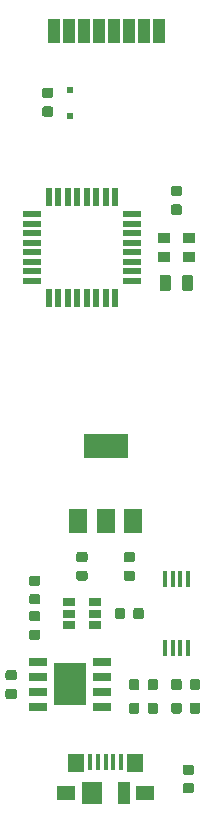
<source format=gbr>
G04 #@! TF.GenerationSoftware,KiCad,Pcbnew,5.1.5-1.fc30*
G04 #@! TF.CreationDate,2020-09-01T08:29:50+02:00*
G04 #@! TF.ProjectId,BeaconTemperature,42656163-6f6e-4546-956d-706572617475,rev?*
G04 #@! TF.SameCoordinates,Original*
G04 #@! TF.FileFunction,Paste,Top*
G04 #@! TF.FilePolarity,Positive*
%FSLAX46Y46*%
G04 Gerber Fmt 4.6, Leading zero omitted, Abs format (unit mm)*
G04 Created by KiCad (PCBNEW 5.1.5-1.fc30) date 2020-09-01 08:29:50*
%MOMM*%
%LPD*%
G04 APERTURE LIST*
%ADD10C,0.100000*%
%ADD11R,0.500000X0.500000*%
%ADD12R,1.500000X0.650000*%
%ADD13R,2.700000X3.600000*%
%ADD14R,1.000000X0.900000*%
%ADD15R,1.000000X2.000000*%
%ADD16R,0.450000X1.450000*%
%ADD17R,1.500000X2.000000*%
%ADD18R,3.800000X2.000000*%
%ADD19R,1.060000X0.650000*%
%ADD20R,1.000000X1.900000*%
%ADD21R,1.800000X1.900000*%
%ADD22R,1.650000X1.300000*%
%ADD23R,1.425000X1.550000*%
%ADD24R,0.450000X1.380000*%
%ADD25R,0.550000X1.600000*%
%ADD26R,1.600000X0.550000*%
G04 APERTURE END LIST*
D10*
G36*
X142205142Y-48301174D02*
G01*
X142228803Y-48304684D01*
X142252007Y-48310496D01*
X142274529Y-48318554D01*
X142296153Y-48328782D01*
X142316670Y-48341079D01*
X142335883Y-48355329D01*
X142353607Y-48371393D01*
X142369671Y-48389117D01*
X142383921Y-48408330D01*
X142396218Y-48428847D01*
X142406446Y-48450471D01*
X142414504Y-48472993D01*
X142420316Y-48496197D01*
X142423826Y-48519858D01*
X142425000Y-48543750D01*
X142425000Y-49456250D01*
X142423826Y-49480142D01*
X142420316Y-49503803D01*
X142414504Y-49527007D01*
X142406446Y-49549529D01*
X142396218Y-49571153D01*
X142383921Y-49591670D01*
X142369671Y-49610883D01*
X142353607Y-49628607D01*
X142335883Y-49644671D01*
X142316670Y-49658921D01*
X142296153Y-49671218D01*
X142274529Y-49681446D01*
X142252007Y-49689504D01*
X142228803Y-49695316D01*
X142205142Y-49698826D01*
X142181250Y-49700000D01*
X141693750Y-49700000D01*
X141669858Y-49698826D01*
X141646197Y-49695316D01*
X141622993Y-49689504D01*
X141600471Y-49681446D01*
X141578847Y-49671218D01*
X141558330Y-49658921D01*
X141539117Y-49644671D01*
X141521393Y-49628607D01*
X141505329Y-49610883D01*
X141491079Y-49591670D01*
X141478782Y-49571153D01*
X141468554Y-49549529D01*
X141460496Y-49527007D01*
X141454684Y-49503803D01*
X141451174Y-49480142D01*
X141450000Y-49456250D01*
X141450000Y-48543750D01*
X141451174Y-48519858D01*
X141454684Y-48496197D01*
X141460496Y-48472993D01*
X141468554Y-48450471D01*
X141478782Y-48428847D01*
X141491079Y-48408330D01*
X141505329Y-48389117D01*
X141521393Y-48371393D01*
X141539117Y-48355329D01*
X141558330Y-48341079D01*
X141578847Y-48328782D01*
X141600471Y-48318554D01*
X141622993Y-48310496D01*
X141646197Y-48304684D01*
X141669858Y-48301174D01*
X141693750Y-48300000D01*
X142181250Y-48300000D01*
X142205142Y-48301174D01*
G37*
G36*
X140330142Y-48301174D02*
G01*
X140353803Y-48304684D01*
X140377007Y-48310496D01*
X140399529Y-48318554D01*
X140421153Y-48328782D01*
X140441670Y-48341079D01*
X140460883Y-48355329D01*
X140478607Y-48371393D01*
X140494671Y-48389117D01*
X140508921Y-48408330D01*
X140521218Y-48428847D01*
X140531446Y-48450471D01*
X140539504Y-48472993D01*
X140545316Y-48496197D01*
X140548826Y-48519858D01*
X140550000Y-48543750D01*
X140550000Y-49456250D01*
X140548826Y-49480142D01*
X140545316Y-49503803D01*
X140539504Y-49527007D01*
X140531446Y-49549529D01*
X140521218Y-49571153D01*
X140508921Y-49591670D01*
X140494671Y-49610883D01*
X140478607Y-49628607D01*
X140460883Y-49644671D01*
X140441670Y-49658921D01*
X140421153Y-49671218D01*
X140399529Y-49681446D01*
X140377007Y-49689504D01*
X140353803Y-49695316D01*
X140330142Y-49698826D01*
X140306250Y-49700000D01*
X139818750Y-49700000D01*
X139794858Y-49698826D01*
X139771197Y-49695316D01*
X139747993Y-49689504D01*
X139725471Y-49681446D01*
X139703847Y-49671218D01*
X139683330Y-49658921D01*
X139664117Y-49644671D01*
X139646393Y-49628607D01*
X139630329Y-49610883D01*
X139616079Y-49591670D01*
X139603782Y-49571153D01*
X139593554Y-49549529D01*
X139585496Y-49527007D01*
X139579684Y-49503803D01*
X139576174Y-49480142D01*
X139575000Y-49456250D01*
X139575000Y-48543750D01*
X139576174Y-48519858D01*
X139579684Y-48496197D01*
X139585496Y-48472993D01*
X139593554Y-48450471D01*
X139603782Y-48428847D01*
X139616079Y-48408330D01*
X139630329Y-48389117D01*
X139646393Y-48371393D01*
X139664117Y-48355329D01*
X139683330Y-48341079D01*
X139703847Y-48328782D01*
X139725471Y-48318554D01*
X139747993Y-48310496D01*
X139771197Y-48304684D01*
X139794858Y-48301174D01*
X139818750Y-48300000D01*
X140306250Y-48300000D01*
X140330142Y-48301174D01*
G37*
D11*
X132000000Y-34900000D03*
X132000000Y-32700000D03*
D12*
X129300000Y-81095000D03*
X129300000Y-82365000D03*
X129300000Y-83635000D03*
X129300000Y-84905000D03*
X134700000Y-84905000D03*
X134700000Y-83635000D03*
X134700000Y-82365000D03*
X134700000Y-81095000D03*
D13*
X132000000Y-83000000D03*
D14*
X139925000Y-45225000D03*
X142075000Y-45225000D03*
X142075000Y-46775000D03*
X139925000Y-46775000D03*
D15*
X139490000Y-27700000D03*
X138220000Y-27700000D03*
X136950000Y-27700000D03*
X135680000Y-27700000D03*
X134410000Y-27700000D03*
X133140000Y-27700000D03*
X131870000Y-27700000D03*
X130600000Y-27700000D03*
D16*
X140025000Y-74050000D03*
X140675000Y-74050000D03*
X141325000Y-74050000D03*
X141975000Y-74050000D03*
X141975000Y-79950000D03*
X141325000Y-79950000D03*
X140675000Y-79950000D03*
X140025000Y-79950000D03*
D17*
X132700000Y-69150000D03*
X137300000Y-69150000D03*
X135000000Y-69150000D03*
D18*
X135000000Y-62850000D03*
D19*
X131900000Y-77000000D03*
X131900000Y-77950000D03*
X131900000Y-76050000D03*
X134100000Y-76050000D03*
X134100000Y-77000000D03*
X134100000Y-77950000D03*
D10*
G36*
X130377691Y-32476053D02*
G01*
X130398926Y-32479203D01*
X130419750Y-32484419D01*
X130439962Y-32491651D01*
X130459368Y-32500830D01*
X130477781Y-32511866D01*
X130495024Y-32524654D01*
X130510930Y-32539070D01*
X130525346Y-32554976D01*
X130538134Y-32572219D01*
X130549170Y-32590632D01*
X130558349Y-32610038D01*
X130565581Y-32630250D01*
X130570797Y-32651074D01*
X130573947Y-32672309D01*
X130575000Y-32693750D01*
X130575000Y-33131250D01*
X130573947Y-33152691D01*
X130570797Y-33173926D01*
X130565581Y-33194750D01*
X130558349Y-33214962D01*
X130549170Y-33234368D01*
X130538134Y-33252781D01*
X130525346Y-33270024D01*
X130510930Y-33285930D01*
X130495024Y-33300346D01*
X130477781Y-33313134D01*
X130459368Y-33324170D01*
X130439962Y-33333349D01*
X130419750Y-33340581D01*
X130398926Y-33345797D01*
X130377691Y-33348947D01*
X130356250Y-33350000D01*
X129843750Y-33350000D01*
X129822309Y-33348947D01*
X129801074Y-33345797D01*
X129780250Y-33340581D01*
X129760038Y-33333349D01*
X129740632Y-33324170D01*
X129722219Y-33313134D01*
X129704976Y-33300346D01*
X129689070Y-33285930D01*
X129674654Y-33270024D01*
X129661866Y-33252781D01*
X129650830Y-33234368D01*
X129641651Y-33214962D01*
X129634419Y-33194750D01*
X129629203Y-33173926D01*
X129626053Y-33152691D01*
X129625000Y-33131250D01*
X129625000Y-32693750D01*
X129626053Y-32672309D01*
X129629203Y-32651074D01*
X129634419Y-32630250D01*
X129641651Y-32610038D01*
X129650830Y-32590632D01*
X129661866Y-32572219D01*
X129674654Y-32554976D01*
X129689070Y-32539070D01*
X129704976Y-32524654D01*
X129722219Y-32511866D01*
X129740632Y-32500830D01*
X129760038Y-32491651D01*
X129780250Y-32484419D01*
X129801074Y-32479203D01*
X129822309Y-32476053D01*
X129843750Y-32475000D01*
X130356250Y-32475000D01*
X130377691Y-32476053D01*
G37*
G36*
X130377691Y-34051053D02*
G01*
X130398926Y-34054203D01*
X130419750Y-34059419D01*
X130439962Y-34066651D01*
X130459368Y-34075830D01*
X130477781Y-34086866D01*
X130495024Y-34099654D01*
X130510930Y-34114070D01*
X130525346Y-34129976D01*
X130538134Y-34147219D01*
X130549170Y-34165632D01*
X130558349Y-34185038D01*
X130565581Y-34205250D01*
X130570797Y-34226074D01*
X130573947Y-34247309D01*
X130575000Y-34268750D01*
X130575000Y-34706250D01*
X130573947Y-34727691D01*
X130570797Y-34748926D01*
X130565581Y-34769750D01*
X130558349Y-34789962D01*
X130549170Y-34809368D01*
X130538134Y-34827781D01*
X130525346Y-34845024D01*
X130510930Y-34860930D01*
X130495024Y-34875346D01*
X130477781Y-34888134D01*
X130459368Y-34899170D01*
X130439962Y-34908349D01*
X130419750Y-34915581D01*
X130398926Y-34920797D01*
X130377691Y-34923947D01*
X130356250Y-34925000D01*
X129843750Y-34925000D01*
X129822309Y-34923947D01*
X129801074Y-34920797D01*
X129780250Y-34915581D01*
X129760038Y-34908349D01*
X129740632Y-34899170D01*
X129722219Y-34888134D01*
X129704976Y-34875346D01*
X129689070Y-34860930D01*
X129674654Y-34845024D01*
X129661866Y-34827781D01*
X129650830Y-34809368D01*
X129641651Y-34789962D01*
X129634419Y-34769750D01*
X129629203Y-34748926D01*
X129626053Y-34727691D01*
X129625000Y-34706250D01*
X129625000Y-34268750D01*
X129626053Y-34247309D01*
X129629203Y-34226074D01*
X129634419Y-34205250D01*
X129641651Y-34185038D01*
X129650830Y-34165632D01*
X129661866Y-34147219D01*
X129674654Y-34129976D01*
X129689070Y-34114070D01*
X129704976Y-34099654D01*
X129722219Y-34086866D01*
X129740632Y-34075830D01*
X129760038Y-34066651D01*
X129780250Y-34059419D01*
X129801074Y-34054203D01*
X129822309Y-34051053D01*
X129843750Y-34050000D01*
X130356250Y-34050000D01*
X130377691Y-34051053D01*
G37*
G36*
X141277691Y-40776053D02*
G01*
X141298926Y-40779203D01*
X141319750Y-40784419D01*
X141339962Y-40791651D01*
X141359368Y-40800830D01*
X141377781Y-40811866D01*
X141395024Y-40824654D01*
X141410930Y-40839070D01*
X141425346Y-40854976D01*
X141438134Y-40872219D01*
X141449170Y-40890632D01*
X141458349Y-40910038D01*
X141465581Y-40930250D01*
X141470797Y-40951074D01*
X141473947Y-40972309D01*
X141475000Y-40993750D01*
X141475000Y-41431250D01*
X141473947Y-41452691D01*
X141470797Y-41473926D01*
X141465581Y-41494750D01*
X141458349Y-41514962D01*
X141449170Y-41534368D01*
X141438134Y-41552781D01*
X141425346Y-41570024D01*
X141410930Y-41585930D01*
X141395024Y-41600346D01*
X141377781Y-41613134D01*
X141359368Y-41624170D01*
X141339962Y-41633349D01*
X141319750Y-41640581D01*
X141298926Y-41645797D01*
X141277691Y-41648947D01*
X141256250Y-41650000D01*
X140743750Y-41650000D01*
X140722309Y-41648947D01*
X140701074Y-41645797D01*
X140680250Y-41640581D01*
X140660038Y-41633349D01*
X140640632Y-41624170D01*
X140622219Y-41613134D01*
X140604976Y-41600346D01*
X140589070Y-41585930D01*
X140574654Y-41570024D01*
X140561866Y-41552781D01*
X140550830Y-41534368D01*
X140541651Y-41514962D01*
X140534419Y-41494750D01*
X140529203Y-41473926D01*
X140526053Y-41452691D01*
X140525000Y-41431250D01*
X140525000Y-40993750D01*
X140526053Y-40972309D01*
X140529203Y-40951074D01*
X140534419Y-40930250D01*
X140541651Y-40910038D01*
X140550830Y-40890632D01*
X140561866Y-40872219D01*
X140574654Y-40854976D01*
X140589070Y-40839070D01*
X140604976Y-40824654D01*
X140622219Y-40811866D01*
X140640632Y-40800830D01*
X140660038Y-40791651D01*
X140680250Y-40784419D01*
X140701074Y-40779203D01*
X140722309Y-40776053D01*
X140743750Y-40775000D01*
X141256250Y-40775000D01*
X141277691Y-40776053D01*
G37*
G36*
X141277691Y-42351053D02*
G01*
X141298926Y-42354203D01*
X141319750Y-42359419D01*
X141339962Y-42366651D01*
X141359368Y-42375830D01*
X141377781Y-42386866D01*
X141395024Y-42399654D01*
X141410930Y-42414070D01*
X141425346Y-42429976D01*
X141438134Y-42447219D01*
X141449170Y-42465632D01*
X141458349Y-42485038D01*
X141465581Y-42505250D01*
X141470797Y-42526074D01*
X141473947Y-42547309D01*
X141475000Y-42568750D01*
X141475000Y-43006250D01*
X141473947Y-43027691D01*
X141470797Y-43048926D01*
X141465581Y-43069750D01*
X141458349Y-43089962D01*
X141449170Y-43109368D01*
X141438134Y-43127781D01*
X141425346Y-43145024D01*
X141410930Y-43160930D01*
X141395024Y-43175346D01*
X141377781Y-43188134D01*
X141359368Y-43199170D01*
X141339962Y-43208349D01*
X141319750Y-43215581D01*
X141298926Y-43220797D01*
X141277691Y-43223947D01*
X141256250Y-43225000D01*
X140743750Y-43225000D01*
X140722309Y-43223947D01*
X140701074Y-43220797D01*
X140680250Y-43215581D01*
X140660038Y-43208349D01*
X140640632Y-43199170D01*
X140622219Y-43188134D01*
X140604976Y-43175346D01*
X140589070Y-43160930D01*
X140574654Y-43145024D01*
X140561866Y-43127781D01*
X140550830Y-43109368D01*
X140541651Y-43089962D01*
X140534419Y-43069750D01*
X140529203Y-43048926D01*
X140526053Y-43027691D01*
X140525000Y-43006250D01*
X140525000Y-42568750D01*
X140526053Y-42547309D01*
X140529203Y-42526074D01*
X140534419Y-42505250D01*
X140541651Y-42485038D01*
X140550830Y-42465632D01*
X140561866Y-42447219D01*
X140574654Y-42429976D01*
X140589070Y-42414070D01*
X140604976Y-42399654D01*
X140622219Y-42386866D01*
X140640632Y-42375830D01*
X140660038Y-42366651D01*
X140680250Y-42359419D01*
X140701074Y-42354203D01*
X140722309Y-42351053D01*
X140743750Y-42350000D01*
X141256250Y-42350000D01*
X141277691Y-42351053D01*
G37*
D20*
X136550000Y-92200000D03*
D21*
X133850000Y-92200000D03*
D22*
X138375000Y-92200000D03*
X131625000Y-92200000D03*
D23*
X137487500Y-89625000D03*
X132512500Y-89625000D03*
D24*
X136300000Y-89540000D03*
X135650000Y-89540000D03*
X135000000Y-89540000D03*
X134350000Y-89540000D03*
X133700000Y-89540000D03*
D10*
G36*
X133277691Y-73351053D02*
G01*
X133298926Y-73354203D01*
X133319750Y-73359419D01*
X133339962Y-73366651D01*
X133359368Y-73375830D01*
X133377781Y-73386866D01*
X133395024Y-73399654D01*
X133410930Y-73414070D01*
X133425346Y-73429976D01*
X133438134Y-73447219D01*
X133449170Y-73465632D01*
X133458349Y-73485038D01*
X133465581Y-73505250D01*
X133470797Y-73526074D01*
X133473947Y-73547309D01*
X133475000Y-73568750D01*
X133475000Y-74006250D01*
X133473947Y-74027691D01*
X133470797Y-74048926D01*
X133465581Y-74069750D01*
X133458349Y-74089962D01*
X133449170Y-74109368D01*
X133438134Y-74127781D01*
X133425346Y-74145024D01*
X133410930Y-74160930D01*
X133395024Y-74175346D01*
X133377781Y-74188134D01*
X133359368Y-74199170D01*
X133339962Y-74208349D01*
X133319750Y-74215581D01*
X133298926Y-74220797D01*
X133277691Y-74223947D01*
X133256250Y-74225000D01*
X132743750Y-74225000D01*
X132722309Y-74223947D01*
X132701074Y-74220797D01*
X132680250Y-74215581D01*
X132660038Y-74208349D01*
X132640632Y-74199170D01*
X132622219Y-74188134D01*
X132604976Y-74175346D01*
X132589070Y-74160930D01*
X132574654Y-74145024D01*
X132561866Y-74127781D01*
X132550830Y-74109368D01*
X132541651Y-74089962D01*
X132534419Y-74069750D01*
X132529203Y-74048926D01*
X132526053Y-74027691D01*
X132525000Y-74006250D01*
X132525000Y-73568750D01*
X132526053Y-73547309D01*
X132529203Y-73526074D01*
X132534419Y-73505250D01*
X132541651Y-73485038D01*
X132550830Y-73465632D01*
X132561866Y-73447219D01*
X132574654Y-73429976D01*
X132589070Y-73414070D01*
X132604976Y-73399654D01*
X132622219Y-73386866D01*
X132640632Y-73375830D01*
X132660038Y-73366651D01*
X132680250Y-73359419D01*
X132701074Y-73354203D01*
X132722309Y-73351053D01*
X132743750Y-73350000D01*
X133256250Y-73350000D01*
X133277691Y-73351053D01*
G37*
G36*
X133277691Y-71776053D02*
G01*
X133298926Y-71779203D01*
X133319750Y-71784419D01*
X133339962Y-71791651D01*
X133359368Y-71800830D01*
X133377781Y-71811866D01*
X133395024Y-71824654D01*
X133410930Y-71839070D01*
X133425346Y-71854976D01*
X133438134Y-71872219D01*
X133449170Y-71890632D01*
X133458349Y-71910038D01*
X133465581Y-71930250D01*
X133470797Y-71951074D01*
X133473947Y-71972309D01*
X133475000Y-71993750D01*
X133475000Y-72431250D01*
X133473947Y-72452691D01*
X133470797Y-72473926D01*
X133465581Y-72494750D01*
X133458349Y-72514962D01*
X133449170Y-72534368D01*
X133438134Y-72552781D01*
X133425346Y-72570024D01*
X133410930Y-72585930D01*
X133395024Y-72600346D01*
X133377781Y-72613134D01*
X133359368Y-72624170D01*
X133339962Y-72633349D01*
X133319750Y-72640581D01*
X133298926Y-72645797D01*
X133277691Y-72648947D01*
X133256250Y-72650000D01*
X132743750Y-72650000D01*
X132722309Y-72648947D01*
X132701074Y-72645797D01*
X132680250Y-72640581D01*
X132660038Y-72633349D01*
X132640632Y-72624170D01*
X132622219Y-72613134D01*
X132604976Y-72600346D01*
X132589070Y-72585930D01*
X132574654Y-72570024D01*
X132561866Y-72552781D01*
X132550830Y-72534368D01*
X132541651Y-72514962D01*
X132534419Y-72494750D01*
X132529203Y-72473926D01*
X132526053Y-72452691D01*
X132525000Y-72431250D01*
X132525000Y-71993750D01*
X132526053Y-71972309D01*
X132529203Y-71951074D01*
X132534419Y-71930250D01*
X132541651Y-71910038D01*
X132550830Y-71890632D01*
X132561866Y-71872219D01*
X132574654Y-71854976D01*
X132589070Y-71839070D01*
X132604976Y-71824654D01*
X132622219Y-71811866D01*
X132640632Y-71800830D01*
X132660038Y-71791651D01*
X132680250Y-71784419D01*
X132701074Y-71779203D01*
X132722309Y-71776053D01*
X132743750Y-71775000D01*
X133256250Y-71775000D01*
X133277691Y-71776053D01*
G37*
G36*
X137277691Y-73351053D02*
G01*
X137298926Y-73354203D01*
X137319750Y-73359419D01*
X137339962Y-73366651D01*
X137359368Y-73375830D01*
X137377781Y-73386866D01*
X137395024Y-73399654D01*
X137410930Y-73414070D01*
X137425346Y-73429976D01*
X137438134Y-73447219D01*
X137449170Y-73465632D01*
X137458349Y-73485038D01*
X137465581Y-73505250D01*
X137470797Y-73526074D01*
X137473947Y-73547309D01*
X137475000Y-73568750D01*
X137475000Y-74006250D01*
X137473947Y-74027691D01*
X137470797Y-74048926D01*
X137465581Y-74069750D01*
X137458349Y-74089962D01*
X137449170Y-74109368D01*
X137438134Y-74127781D01*
X137425346Y-74145024D01*
X137410930Y-74160930D01*
X137395024Y-74175346D01*
X137377781Y-74188134D01*
X137359368Y-74199170D01*
X137339962Y-74208349D01*
X137319750Y-74215581D01*
X137298926Y-74220797D01*
X137277691Y-74223947D01*
X137256250Y-74225000D01*
X136743750Y-74225000D01*
X136722309Y-74223947D01*
X136701074Y-74220797D01*
X136680250Y-74215581D01*
X136660038Y-74208349D01*
X136640632Y-74199170D01*
X136622219Y-74188134D01*
X136604976Y-74175346D01*
X136589070Y-74160930D01*
X136574654Y-74145024D01*
X136561866Y-74127781D01*
X136550830Y-74109368D01*
X136541651Y-74089962D01*
X136534419Y-74069750D01*
X136529203Y-74048926D01*
X136526053Y-74027691D01*
X136525000Y-74006250D01*
X136525000Y-73568750D01*
X136526053Y-73547309D01*
X136529203Y-73526074D01*
X136534419Y-73505250D01*
X136541651Y-73485038D01*
X136550830Y-73465632D01*
X136561866Y-73447219D01*
X136574654Y-73429976D01*
X136589070Y-73414070D01*
X136604976Y-73399654D01*
X136622219Y-73386866D01*
X136640632Y-73375830D01*
X136660038Y-73366651D01*
X136680250Y-73359419D01*
X136701074Y-73354203D01*
X136722309Y-73351053D01*
X136743750Y-73350000D01*
X137256250Y-73350000D01*
X137277691Y-73351053D01*
G37*
G36*
X137277691Y-71776053D02*
G01*
X137298926Y-71779203D01*
X137319750Y-71784419D01*
X137339962Y-71791651D01*
X137359368Y-71800830D01*
X137377781Y-71811866D01*
X137395024Y-71824654D01*
X137410930Y-71839070D01*
X137425346Y-71854976D01*
X137438134Y-71872219D01*
X137449170Y-71890632D01*
X137458349Y-71910038D01*
X137465581Y-71930250D01*
X137470797Y-71951074D01*
X137473947Y-71972309D01*
X137475000Y-71993750D01*
X137475000Y-72431250D01*
X137473947Y-72452691D01*
X137470797Y-72473926D01*
X137465581Y-72494750D01*
X137458349Y-72514962D01*
X137449170Y-72534368D01*
X137438134Y-72552781D01*
X137425346Y-72570024D01*
X137410930Y-72585930D01*
X137395024Y-72600346D01*
X137377781Y-72613134D01*
X137359368Y-72624170D01*
X137339962Y-72633349D01*
X137319750Y-72640581D01*
X137298926Y-72645797D01*
X137277691Y-72648947D01*
X137256250Y-72650000D01*
X136743750Y-72650000D01*
X136722309Y-72648947D01*
X136701074Y-72645797D01*
X136680250Y-72640581D01*
X136660038Y-72633349D01*
X136640632Y-72624170D01*
X136622219Y-72613134D01*
X136604976Y-72600346D01*
X136589070Y-72585930D01*
X136574654Y-72570024D01*
X136561866Y-72552781D01*
X136550830Y-72534368D01*
X136541651Y-72514962D01*
X136534419Y-72494750D01*
X136529203Y-72473926D01*
X136526053Y-72452691D01*
X136525000Y-72431250D01*
X136525000Y-71993750D01*
X136526053Y-71972309D01*
X136529203Y-71951074D01*
X136534419Y-71930250D01*
X136541651Y-71910038D01*
X136550830Y-71890632D01*
X136561866Y-71872219D01*
X136574654Y-71854976D01*
X136589070Y-71839070D01*
X136604976Y-71824654D01*
X136622219Y-71811866D01*
X136640632Y-71800830D01*
X136660038Y-71791651D01*
X136680250Y-71784419D01*
X136701074Y-71779203D01*
X136722309Y-71776053D01*
X136743750Y-71775000D01*
X137256250Y-71775000D01*
X137277691Y-71776053D01*
G37*
D25*
X135800000Y-50250000D03*
X135000000Y-50250000D03*
X134200000Y-50250000D03*
X133400000Y-50250000D03*
X132600000Y-50250000D03*
X131800000Y-50250000D03*
X131000000Y-50250000D03*
X130200000Y-50250000D03*
D26*
X128750000Y-48800000D03*
X128750000Y-48000000D03*
X128750000Y-47200000D03*
X128750000Y-46400000D03*
X128750000Y-45600000D03*
X128750000Y-44800000D03*
X128750000Y-44000000D03*
X128750000Y-43200000D03*
D25*
X130200000Y-41750000D03*
X131000000Y-41750000D03*
X131800000Y-41750000D03*
X132600000Y-41750000D03*
X133400000Y-41750000D03*
X134200000Y-41750000D03*
X135000000Y-41750000D03*
X135800000Y-41750000D03*
D26*
X137250000Y-43200000D03*
X137250000Y-44000000D03*
X137250000Y-44800000D03*
X137250000Y-45600000D03*
X137250000Y-46400000D03*
X137250000Y-47200000D03*
X137250000Y-48000000D03*
X137250000Y-48800000D03*
D10*
G36*
X136452691Y-76526053D02*
G01*
X136473926Y-76529203D01*
X136494750Y-76534419D01*
X136514962Y-76541651D01*
X136534368Y-76550830D01*
X136552781Y-76561866D01*
X136570024Y-76574654D01*
X136585930Y-76589070D01*
X136600346Y-76604976D01*
X136613134Y-76622219D01*
X136624170Y-76640632D01*
X136633349Y-76660038D01*
X136640581Y-76680250D01*
X136645797Y-76701074D01*
X136648947Y-76722309D01*
X136650000Y-76743750D01*
X136650000Y-77256250D01*
X136648947Y-77277691D01*
X136645797Y-77298926D01*
X136640581Y-77319750D01*
X136633349Y-77339962D01*
X136624170Y-77359368D01*
X136613134Y-77377781D01*
X136600346Y-77395024D01*
X136585930Y-77410930D01*
X136570024Y-77425346D01*
X136552781Y-77438134D01*
X136534368Y-77449170D01*
X136514962Y-77458349D01*
X136494750Y-77465581D01*
X136473926Y-77470797D01*
X136452691Y-77473947D01*
X136431250Y-77475000D01*
X135993750Y-77475000D01*
X135972309Y-77473947D01*
X135951074Y-77470797D01*
X135930250Y-77465581D01*
X135910038Y-77458349D01*
X135890632Y-77449170D01*
X135872219Y-77438134D01*
X135854976Y-77425346D01*
X135839070Y-77410930D01*
X135824654Y-77395024D01*
X135811866Y-77377781D01*
X135800830Y-77359368D01*
X135791651Y-77339962D01*
X135784419Y-77319750D01*
X135779203Y-77298926D01*
X135776053Y-77277691D01*
X135775000Y-77256250D01*
X135775000Y-76743750D01*
X135776053Y-76722309D01*
X135779203Y-76701074D01*
X135784419Y-76680250D01*
X135791651Y-76660038D01*
X135800830Y-76640632D01*
X135811866Y-76622219D01*
X135824654Y-76604976D01*
X135839070Y-76589070D01*
X135854976Y-76574654D01*
X135872219Y-76561866D01*
X135890632Y-76550830D01*
X135910038Y-76541651D01*
X135930250Y-76534419D01*
X135951074Y-76529203D01*
X135972309Y-76526053D01*
X135993750Y-76525000D01*
X136431250Y-76525000D01*
X136452691Y-76526053D01*
G37*
G36*
X138027691Y-76526053D02*
G01*
X138048926Y-76529203D01*
X138069750Y-76534419D01*
X138089962Y-76541651D01*
X138109368Y-76550830D01*
X138127781Y-76561866D01*
X138145024Y-76574654D01*
X138160930Y-76589070D01*
X138175346Y-76604976D01*
X138188134Y-76622219D01*
X138199170Y-76640632D01*
X138208349Y-76660038D01*
X138215581Y-76680250D01*
X138220797Y-76701074D01*
X138223947Y-76722309D01*
X138225000Y-76743750D01*
X138225000Y-77256250D01*
X138223947Y-77277691D01*
X138220797Y-77298926D01*
X138215581Y-77319750D01*
X138208349Y-77339962D01*
X138199170Y-77359368D01*
X138188134Y-77377781D01*
X138175346Y-77395024D01*
X138160930Y-77410930D01*
X138145024Y-77425346D01*
X138127781Y-77438134D01*
X138109368Y-77449170D01*
X138089962Y-77458349D01*
X138069750Y-77465581D01*
X138048926Y-77470797D01*
X138027691Y-77473947D01*
X138006250Y-77475000D01*
X137568750Y-77475000D01*
X137547309Y-77473947D01*
X137526074Y-77470797D01*
X137505250Y-77465581D01*
X137485038Y-77458349D01*
X137465632Y-77449170D01*
X137447219Y-77438134D01*
X137429976Y-77425346D01*
X137414070Y-77410930D01*
X137399654Y-77395024D01*
X137386866Y-77377781D01*
X137375830Y-77359368D01*
X137366651Y-77339962D01*
X137359419Y-77319750D01*
X137354203Y-77298926D01*
X137351053Y-77277691D01*
X137350000Y-77256250D01*
X137350000Y-76743750D01*
X137351053Y-76722309D01*
X137354203Y-76701074D01*
X137359419Y-76680250D01*
X137366651Y-76660038D01*
X137375830Y-76640632D01*
X137386866Y-76622219D01*
X137399654Y-76604976D01*
X137414070Y-76589070D01*
X137429976Y-76574654D01*
X137447219Y-76561866D01*
X137465632Y-76550830D01*
X137485038Y-76541651D01*
X137505250Y-76534419D01*
X137526074Y-76529203D01*
X137547309Y-76526053D01*
X137568750Y-76525000D01*
X138006250Y-76525000D01*
X138027691Y-76526053D01*
G37*
G36*
X127277691Y-81776053D02*
G01*
X127298926Y-81779203D01*
X127319750Y-81784419D01*
X127339962Y-81791651D01*
X127359368Y-81800830D01*
X127377781Y-81811866D01*
X127395024Y-81824654D01*
X127410930Y-81839070D01*
X127425346Y-81854976D01*
X127438134Y-81872219D01*
X127449170Y-81890632D01*
X127458349Y-81910038D01*
X127465581Y-81930250D01*
X127470797Y-81951074D01*
X127473947Y-81972309D01*
X127475000Y-81993750D01*
X127475000Y-82431250D01*
X127473947Y-82452691D01*
X127470797Y-82473926D01*
X127465581Y-82494750D01*
X127458349Y-82514962D01*
X127449170Y-82534368D01*
X127438134Y-82552781D01*
X127425346Y-82570024D01*
X127410930Y-82585930D01*
X127395024Y-82600346D01*
X127377781Y-82613134D01*
X127359368Y-82624170D01*
X127339962Y-82633349D01*
X127319750Y-82640581D01*
X127298926Y-82645797D01*
X127277691Y-82648947D01*
X127256250Y-82650000D01*
X126743750Y-82650000D01*
X126722309Y-82648947D01*
X126701074Y-82645797D01*
X126680250Y-82640581D01*
X126660038Y-82633349D01*
X126640632Y-82624170D01*
X126622219Y-82613134D01*
X126604976Y-82600346D01*
X126589070Y-82585930D01*
X126574654Y-82570024D01*
X126561866Y-82552781D01*
X126550830Y-82534368D01*
X126541651Y-82514962D01*
X126534419Y-82494750D01*
X126529203Y-82473926D01*
X126526053Y-82452691D01*
X126525000Y-82431250D01*
X126525000Y-81993750D01*
X126526053Y-81972309D01*
X126529203Y-81951074D01*
X126534419Y-81930250D01*
X126541651Y-81910038D01*
X126550830Y-81890632D01*
X126561866Y-81872219D01*
X126574654Y-81854976D01*
X126589070Y-81839070D01*
X126604976Y-81824654D01*
X126622219Y-81811866D01*
X126640632Y-81800830D01*
X126660038Y-81791651D01*
X126680250Y-81784419D01*
X126701074Y-81779203D01*
X126722309Y-81776053D01*
X126743750Y-81775000D01*
X127256250Y-81775000D01*
X127277691Y-81776053D01*
G37*
G36*
X127277691Y-83351053D02*
G01*
X127298926Y-83354203D01*
X127319750Y-83359419D01*
X127339962Y-83366651D01*
X127359368Y-83375830D01*
X127377781Y-83386866D01*
X127395024Y-83399654D01*
X127410930Y-83414070D01*
X127425346Y-83429976D01*
X127438134Y-83447219D01*
X127449170Y-83465632D01*
X127458349Y-83485038D01*
X127465581Y-83505250D01*
X127470797Y-83526074D01*
X127473947Y-83547309D01*
X127475000Y-83568750D01*
X127475000Y-84006250D01*
X127473947Y-84027691D01*
X127470797Y-84048926D01*
X127465581Y-84069750D01*
X127458349Y-84089962D01*
X127449170Y-84109368D01*
X127438134Y-84127781D01*
X127425346Y-84145024D01*
X127410930Y-84160930D01*
X127395024Y-84175346D01*
X127377781Y-84188134D01*
X127359368Y-84199170D01*
X127339962Y-84208349D01*
X127319750Y-84215581D01*
X127298926Y-84220797D01*
X127277691Y-84223947D01*
X127256250Y-84225000D01*
X126743750Y-84225000D01*
X126722309Y-84223947D01*
X126701074Y-84220797D01*
X126680250Y-84215581D01*
X126660038Y-84208349D01*
X126640632Y-84199170D01*
X126622219Y-84188134D01*
X126604976Y-84175346D01*
X126589070Y-84160930D01*
X126574654Y-84145024D01*
X126561866Y-84127781D01*
X126550830Y-84109368D01*
X126541651Y-84089962D01*
X126534419Y-84069750D01*
X126529203Y-84048926D01*
X126526053Y-84027691D01*
X126525000Y-84006250D01*
X126525000Y-83568750D01*
X126526053Y-83547309D01*
X126529203Y-83526074D01*
X126534419Y-83505250D01*
X126541651Y-83485038D01*
X126550830Y-83465632D01*
X126561866Y-83447219D01*
X126574654Y-83429976D01*
X126589070Y-83414070D01*
X126604976Y-83399654D01*
X126622219Y-83386866D01*
X126640632Y-83375830D01*
X126660038Y-83366651D01*
X126680250Y-83359419D01*
X126701074Y-83354203D01*
X126722309Y-83351053D01*
X126743750Y-83350000D01*
X127256250Y-83350000D01*
X127277691Y-83351053D01*
G37*
G36*
X139240191Y-84526053D02*
G01*
X139261426Y-84529203D01*
X139282250Y-84534419D01*
X139302462Y-84541651D01*
X139321868Y-84550830D01*
X139340281Y-84561866D01*
X139357524Y-84574654D01*
X139373430Y-84589070D01*
X139387846Y-84604976D01*
X139400634Y-84622219D01*
X139411670Y-84640632D01*
X139420849Y-84660038D01*
X139428081Y-84680250D01*
X139433297Y-84701074D01*
X139436447Y-84722309D01*
X139437500Y-84743750D01*
X139437500Y-85256250D01*
X139436447Y-85277691D01*
X139433297Y-85298926D01*
X139428081Y-85319750D01*
X139420849Y-85339962D01*
X139411670Y-85359368D01*
X139400634Y-85377781D01*
X139387846Y-85395024D01*
X139373430Y-85410930D01*
X139357524Y-85425346D01*
X139340281Y-85438134D01*
X139321868Y-85449170D01*
X139302462Y-85458349D01*
X139282250Y-85465581D01*
X139261426Y-85470797D01*
X139240191Y-85473947D01*
X139218750Y-85475000D01*
X138781250Y-85475000D01*
X138759809Y-85473947D01*
X138738574Y-85470797D01*
X138717750Y-85465581D01*
X138697538Y-85458349D01*
X138678132Y-85449170D01*
X138659719Y-85438134D01*
X138642476Y-85425346D01*
X138626570Y-85410930D01*
X138612154Y-85395024D01*
X138599366Y-85377781D01*
X138588330Y-85359368D01*
X138579151Y-85339962D01*
X138571919Y-85319750D01*
X138566703Y-85298926D01*
X138563553Y-85277691D01*
X138562500Y-85256250D01*
X138562500Y-84743750D01*
X138563553Y-84722309D01*
X138566703Y-84701074D01*
X138571919Y-84680250D01*
X138579151Y-84660038D01*
X138588330Y-84640632D01*
X138599366Y-84622219D01*
X138612154Y-84604976D01*
X138626570Y-84589070D01*
X138642476Y-84574654D01*
X138659719Y-84561866D01*
X138678132Y-84550830D01*
X138697538Y-84541651D01*
X138717750Y-84534419D01*
X138738574Y-84529203D01*
X138759809Y-84526053D01*
X138781250Y-84525000D01*
X139218750Y-84525000D01*
X139240191Y-84526053D01*
G37*
G36*
X137665191Y-84526053D02*
G01*
X137686426Y-84529203D01*
X137707250Y-84534419D01*
X137727462Y-84541651D01*
X137746868Y-84550830D01*
X137765281Y-84561866D01*
X137782524Y-84574654D01*
X137798430Y-84589070D01*
X137812846Y-84604976D01*
X137825634Y-84622219D01*
X137836670Y-84640632D01*
X137845849Y-84660038D01*
X137853081Y-84680250D01*
X137858297Y-84701074D01*
X137861447Y-84722309D01*
X137862500Y-84743750D01*
X137862500Y-85256250D01*
X137861447Y-85277691D01*
X137858297Y-85298926D01*
X137853081Y-85319750D01*
X137845849Y-85339962D01*
X137836670Y-85359368D01*
X137825634Y-85377781D01*
X137812846Y-85395024D01*
X137798430Y-85410930D01*
X137782524Y-85425346D01*
X137765281Y-85438134D01*
X137746868Y-85449170D01*
X137727462Y-85458349D01*
X137707250Y-85465581D01*
X137686426Y-85470797D01*
X137665191Y-85473947D01*
X137643750Y-85475000D01*
X137206250Y-85475000D01*
X137184809Y-85473947D01*
X137163574Y-85470797D01*
X137142750Y-85465581D01*
X137122538Y-85458349D01*
X137103132Y-85449170D01*
X137084719Y-85438134D01*
X137067476Y-85425346D01*
X137051570Y-85410930D01*
X137037154Y-85395024D01*
X137024366Y-85377781D01*
X137013330Y-85359368D01*
X137004151Y-85339962D01*
X136996919Y-85319750D01*
X136991703Y-85298926D01*
X136988553Y-85277691D01*
X136987500Y-85256250D01*
X136987500Y-84743750D01*
X136988553Y-84722309D01*
X136991703Y-84701074D01*
X136996919Y-84680250D01*
X137004151Y-84660038D01*
X137013330Y-84640632D01*
X137024366Y-84622219D01*
X137037154Y-84604976D01*
X137051570Y-84589070D01*
X137067476Y-84574654D01*
X137084719Y-84561866D01*
X137103132Y-84550830D01*
X137122538Y-84541651D01*
X137142750Y-84534419D01*
X137163574Y-84529203D01*
X137184809Y-84526053D01*
X137206250Y-84525000D01*
X137643750Y-84525000D01*
X137665191Y-84526053D01*
G37*
G36*
X139240191Y-82526053D02*
G01*
X139261426Y-82529203D01*
X139282250Y-82534419D01*
X139302462Y-82541651D01*
X139321868Y-82550830D01*
X139340281Y-82561866D01*
X139357524Y-82574654D01*
X139373430Y-82589070D01*
X139387846Y-82604976D01*
X139400634Y-82622219D01*
X139411670Y-82640632D01*
X139420849Y-82660038D01*
X139428081Y-82680250D01*
X139433297Y-82701074D01*
X139436447Y-82722309D01*
X139437500Y-82743750D01*
X139437500Y-83256250D01*
X139436447Y-83277691D01*
X139433297Y-83298926D01*
X139428081Y-83319750D01*
X139420849Y-83339962D01*
X139411670Y-83359368D01*
X139400634Y-83377781D01*
X139387846Y-83395024D01*
X139373430Y-83410930D01*
X139357524Y-83425346D01*
X139340281Y-83438134D01*
X139321868Y-83449170D01*
X139302462Y-83458349D01*
X139282250Y-83465581D01*
X139261426Y-83470797D01*
X139240191Y-83473947D01*
X139218750Y-83475000D01*
X138781250Y-83475000D01*
X138759809Y-83473947D01*
X138738574Y-83470797D01*
X138717750Y-83465581D01*
X138697538Y-83458349D01*
X138678132Y-83449170D01*
X138659719Y-83438134D01*
X138642476Y-83425346D01*
X138626570Y-83410930D01*
X138612154Y-83395024D01*
X138599366Y-83377781D01*
X138588330Y-83359368D01*
X138579151Y-83339962D01*
X138571919Y-83319750D01*
X138566703Y-83298926D01*
X138563553Y-83277691D01*
X138562500Y-83256250D01*
X138562500Y-82743750D01*
X138563553Y-82722309D01*
X138566703Y-82701074D01*
X138571919Y-82680250D01*
X138579151Y-82660038D01*
X138588330Y-82640632D01*
X138599366Y-82622219D01*
X138612154Y-82604976D01*
X138626570Y-82589070D01*
X138642476Y-82574654D01*
X138659719Y-82561866D01*
X138678132Y-82550830D01*
X138697538Y-82541651D01*
X138717750Y-82534419D01*
X138738574Y-82529203D01*
X138759809Y-82526053D01*
X138781250Y-82525000D01*
X139218750Y-82525000D01*
X139240191Y-82526053D01*
G37*
G36*
X137665191Y-82526053D02*
G01*
X137686426Y-82529203D01*
X137707250Y-82534419D01*
X137727462Y-82541651D01*
X137746868Y-82550830D01*
X137765281Y-82561866D01*
X137782524Y-82574654D01*
X137798430Y-82589070D01*
X137812846Y-82604976D01*
X137825634Y-82622219D01*
X137836670Y-82640632D01*
X137845849Y-82660038D01*
X137853081Y-82680250D01*
X137858297Y-82701074D01*
X137861447Y-82722309D01*
X137862500Y-82743750D01*
X137862500Y-83256250D01*
X137861447Y-83277691D01*
X137858297Y-83298926D01*
X137853081Y-83319750D01*
X137845849Y-83339962D01*
X137836670Y-83359368D01*
X137825634Y-83377781D01*
X137812846Y-83395024D01*
X137798430Y-83410930D01*
X137782524Y-83425346D01*
X137765281Y-83438134D01*
X137746868Y-83449170D01*
X137727462Y-83458349D01*
X137707250Y-83465581D01*
X137686426Y-83470797D01*
X137665191Y-83473947D01*
X137643750Y-83475000D01*
X137206250Y-83475000D01*
X137184809Y-83473947D01*
X137163574Y-83470797D01*
X137142750Y-83465581D01*
X137122538Y-83458349D01*
X137103132Y-83449170D01*
X137084719Y-83438134D01*
X137067476Y-83425346D01*
X137051570Y-83410930D01*
X137037154Y-83395024D01*
X137024366Y-83377781D01*
X137013330Y-83359368D01*
X137004151Y-83339962D01*
X136996919Y-83319750D01*
X136991703Y-83298926D01*
X136988553Y-83277691D01*
X136987500Y-83256250D01*
X136987500Y-82743750D01*
X136988553Y-82722309D01*
X136991703Y-82701074D01*
X136996919Y-82680250D01*
X137004151Y-82660038D01*
X137013330Y-82640632D01*
X137024366Y-82622219D01*
X137037154Y-82604976D01*
X137051570Y-82589070D01*
X137067476Y-82574654D01*
X137084719Y-82561866D01*
X137103132Y-82550830D01*
X137122538Y-82541651D01*
X137142750Y-82534419D01*
X137163574Y-82529203D01*
X137184809Y-82526053D01*
X137206250Y-82525000D01*
X137643750Y-82525000D01*
X137665191Y-82526053D01*
G37*
G36*
X129277691Y-73776053D02*
G01*
X129298926Y-73779203D01*
X129319750Y-73784419D01*
X129339962Y-73791651D01*
X129359368Y-73800830D01*
X129377781Y-73811866D01*
X129395024Y-73824654D01*
X129410930Y-73839070D01*
X129425346Y-73854976D01*
X129438134Y-73872219D01*
X129449170Y-73890632D01*
X129458349Y-73910038D01*
X129465581Y-73930250D01*
X129470797Y-73951074D01*
X129473947Y-73972309D01*
X129475000Y-73993750D01*
X129475000Y-74431250D01*
X129473947Y-74452691D01*
X129470797Y-74473926D01*
X129465581Y-74494750D01*
X129458349Y-74514962D01*
X129449170Y-74534368D01*
X129438134Y-74552781D01*
X129425346Y-74570024D01*
X129410930Y-74585930D01*
X129395024Y-74600346D01*
X129377781Y-74613134D01*
X129359368Y-74624170D01*
X129339962Y-74633349D01*
X129319750Y-74640581D01*
X129298926Y-74645797D01*
X129277691Y-74648947D01*
X129256250Y-74650000D01*
X128743750Y-74650000D01*
X128722309Y-74648947D01*
X128701074Y-74645797D01*
X128680250Y-74640581D01*
X128660038Y-74633349D01*
X128640632Y-74624170D01*
X128622219Y-74613134D01*
X128604976Y-74600346D01*
X128589070Y-74585930D01*
X128574654Y-74570024D01*
X128561866Y-74552781D01*
X128550830Y-74534368D01*
X128541651Y-74514962D01*
X128534419Y-74494750D01*
X128529203Y-74473926D01*
X128526053Y-74452691D01*
X128525000Y-74431250D01*
X128525000Y-73993750D01*
X128526053Y-73972309D01*
X128529203Y-73951074D01*
X128534419Y-73930250D01*
X128541651Y-73910038D01*
X128550830Y-73890632D01*
X128561866Y-73872219D01*
X128574654Y-73854976D01*
X128589070Y-73839070D01*
X128604976Y-73824654D01*
X128622219Y-73811866D01*
X128640632Y-73800830D01*
X128660038Y-73791651D01*
X128680250Y-73784419D01*
X128701074Y-73779203D01*
X128722309Y-73776053D01*
X128743750Y-73775000D01*
X129256250Y-73775000D01*
X129277691Y-73776053D01*
G37*
G36*
X129277691Y-75351053D02*
G01*
X129298926Y-75354203D01*
X129319750Y-75359419D01*
X129339962Y-75366651D01*
X129359368Y-75375830D01*
X129377781Y-75386866D01*
X129395024Y-75399654D01*
X129410930Y-75414070D01*
X129425346Y-75429976D01*
X129438134Y-75447219D01*
X129449170Y-75465632D01*
X129458349Y-75485038D01*
X129465581Y-75505250D01*
X129470797Y-75526074D01*
X129473947Y-75547309D01*
X129475000Y-75568750D01*
X129475000Y-76006250D01*
X129473947Y-76027691D01*
X129470797Y-76048926D01*
X129465581Y-76069750D01*
X129458349Y-76089962D01*
X129449170Y-76109368D01*
X129438134Y-76127781D01*
X129425346Y-76145024D01*
X129410930Y-76160930D01*
X129395024Y-76175346D01*
X129377781Y-76188134D01*
X129359368Y-76199170D01*
X129339962Y-76208349D01*
X129319750Y-76215581D01*
X129298926Y-76220797D01*
X129277691Y-76223947D01*
X129256250Y-76225000D01*
X128743750Y-76225000D01*
X128722309Y-76223947D01*
X128701074Y-76220797D01*
X128680250Y-76215581D01*
X128660038Y-76208349D01*
X128640632Y-76199170D01*
X128622219Y-76188134D01*
X128604976Y-76175346D01*
X128589070Y-76160930D01*
X128574654Y-76145024D01*
X128561866Y-76127781D01*
X128550830Y-76109368D01*
X128541651Y-76089962D01*
X128534419Y-76069750D01*
X128529203Y-76048926D01*
X128526053Y-76027691D01*
X128525000Y-76006250D01*
X128525000Y-75568750D01*
X128526053Y-75547309D01*
X128529203Y-75526074D01*
X128534419Y-75505250D01*
X128541651Y-75485038D01*
X128550830Y-75465632D01*
X128561866Y-75447219D01*
X128574654Y-75429976D01*
X128589070Y-75414070D01*
X128604976Y-75399654D01*
X128622219Y-75386866D01*
X128640632Y-75375830D01*
X128660038Y-75366651D01*
X128680250Y-75359419D01*
X128701074Y-75354203D01*
X128722309Y-75351053D01*
X128743750Y-75350000D01*
X129256250Y-75350000D01*
X129277691Y-75351053D01*
G37*
G36*
X142815191Y-84526053D02*
G01*
X142836426Y-84529203D01*
X142857250Y-84534419D01*
X142877462Y-84541651D01*
X142896868Y-84550830D01*
X142915281Y-84561866D01*
X142932524Y-84574654D01*
X142948430Y-84589070D01*
X142962846Y-84604976D01*
X142975634Y-84622219D01*
X142986670Y-84640632D01*
X142995849Y-84660038D01*
X143003081Y-84680250D01*
X143008297Y-84701074D01*
X143011447Y-84722309D01*
X143012500Y-84743750D01*
X143012500Y-85256250D01*
X143011447Y-85277691D01*
X143008297Y-85298926D01*
X143003081Y-85319750D01*
X142995849Y-85339962D01*
X142986670Y-85359368D01*
X142975634Y-85377781D01*
X142962846Y-85395024D01*
X142948430Y-85410930D01*
X142932524Y-85425346D01*
X142915281Y-85438134D01*
X142896868Y-85449170D01*
X142877462Y-85458349D01*
X142857250Y-85465581D01*
X142836426Y-85470797D01*
X142815191Y-85473947D01*
X142793750Y-85475000D01*
X142356250Y-85475000D01*
X142334809Y-85473947D01*
X142313574Y-85470797D01*
X142292750Y-85465581D01*
X142272538Y-85458349D01*
X142253132Y-85449170D01*
X142234719Y-85438134D01*
X142217476Y-85425346D01*
X142201570Y-85410930D01*
X142187154Y-85395024D01*
X142174366Y-85377781D01*
X142163330Y-85359368D01*
X142154151Y-85339962D01*
X142146919Y-85319750D01*
X142141703Y-85298926D01*
X142138553Y-85277691D01*
X142137500Y-85256250D01*
X142137500Y-84743750D01*
X142138553Y-84722309D01*
X142141703Y-84701074D01*
X142146919Y-84680250D01*
X142154151Y-84660038D01*
X142163330Y-84640632D01*
X142174366Y-84622219D01*
X142187154Y-84604976D01*
X142201570Y-84589070D01*
X142217476Y-84574654D01*
X142234719Y-84561866D01*
X142253132Y-84550830D01*
X142272538Y-84541651D01*
X142292750Y-84534419D01*
X142313574Y-84529203D01*
X142334809Y-84526053D01*
X142356250Y-84525000D01*
X142793750Y-84525000D01*
X142815191Y-84526053D01*
G37*
G36*
X141240191Y-84526053D02*
G01*
X141261426Y-84529203D01*
X141282250Y-84534419D01*
X141302462Y-84541651D01*
X141321868Y-84550830D01*
X141340281Y-84561866D01*
X141357524Y-84574654D01*
X141373430Y-84589070D01*
X141387846Y-84604976D01*
X141400634Y-84622219D01*
X141411670Y-84640632D01*
X141420849Y-84660038D01*
X141428081Y-84680250D01*
X141433297Y-84701074D01*
X141436447Y-84722309D01*
X141437500Y-84743750D01*
X141437500Y-85256250D01*
X141436447Y-85277691D01*
X141433297Y-85298926D01*
X141428081Y-85319750D01*
X141420849Y-85339962D01*
X141411670Y-85359368D01*
X141400634Y-85377781D01*
X141387846Y-85395024D01*
X141373430Y-85410930D01*
X141357524Y-85425346D01*
X141340281Y-85438134D01*
X141321868Y-85449170D01*
X141302462Y-85458349D01*
X141282250Y-85465581D01*
X141261426Y-85470797D01*
X141240191Y-85473947D01*
X141218750Y-85475000D01*
X140781250Y-85475000D01*
X140759809Y-85473947D01*
X140738574Y-85470797D01*
X140717750Y-85465581D01*
X140697538Y-85458349D01*
X140678132Y-85449170D01*
X140659719Y-85438134D01*
X140642476Y-85425346D01*
X140626570Y-85410930D01*
X140612154Y-85395024D01*
X140599366Y-85377781D01*
X140588330Y-85359368D01*
X140579151Y-85339962D01*
X140571919Y-85319750D01*
X140566703Y-85298926D01*
X140563553Y-85277691D01*
X140562500Y-85256250D01*
X140562500Y-84743750D01*
X140563553Y-84722309D01*
X140566703Y-84701074D01*
X140571919Y-84680250D01*
X140579151Y-84660038D01*
X140588330Y-84640632D01*
X140599366Y-84622219D01*
X140612154Y-84604976D01*
X140626570Y-84589070D01*
X140642476Y-84574654D01*
X140659719Y-84561866D01*
X140678132Y-84550830D01*
X140697538Y-84541651D01*
X140717750Y-84534419D01*
X140738574Y-84529203D01*
X140759809Y-84526053D01*
X140781250Y-84525000D01*
X141218750Y-84525000D01*
X141240191Y-84526053D01*
G37*
G36*
X142815191Y-82526053D02*
G01*
X142836426Y-82529203D01*
X142857250Y-82534419D01*
X142877462Y-82541651D01*
X142896868Y-82550830D01*
X142915281Y-82561866D01*
X142932524Y-82574654D01*
X142948430Y-82589070D01*
X142962846Y-82604976D01*
X142975634Y-82622219D01*
X142986670Y-82640632D01*
X142995849Y-82660038D01*
X143003081Y-82680250D01*
X143008297Y-82701074D01*
X143011447Y-82722309D01*
X143012500Y-82743750D01*
X143012500Y-83256250D01*
X143011447Y-83277691D01*
X143008297Y-83298926D01*
X143003081Y-83319750D01*
X142995849Y-83339962D01*
X142986670Y-83359368D01*
X142975634Y-83377781D01*
X142962846Y-83395024D01*
X142948430Y-83410930D01*
X142932524Y-83425346D01*
X142915281Y-83438134D01*
X142896868Y-83449170D01*
X142877462Y-83458349D01*
X142857250Y-83465581D01*
X142836426Y-83470797D01*
X142815191Y-83473947D01*
X142793750Y-83475000D01*
X142356250Y-83475000D01*
X142334809Y-83473947D01*
X142313574Y-83470797D01*
X142292750Y-83465581D01*
X142272538Y-83458349D01*
X142253132Y-83449170D01*
X142234719Y-83438134D01*
X142217476Y-83425346D01*
X142201570Y-83410930D01*
X142187154Y-83395024D01*
X142174366Y-83377781D01*
X142163330Y-83359368D01*
X142154151Y-83339962D01*
X142146919Y-83319750D01*
X142141703Y-83298926D01*
X142138553Y-83277691D01*
X142137500Y-83256250D01*
X142137500Y-82743750D01*
X142138553Y-82722309D01*
X142141703Y-82701074D01*
X142146919Y-82680250D01*
X142154151Y-82660038D01*
X142163330Y-82640632D01*
X142174366Y-82622219D01*
X142187154Y-82604976D01*
X142201570Y-82589070D01*
X142217476Y-82574654D01*
X142234719Y-82561866D01*
X142253132Y-82550830D01*
X142272538Y-82541651D01*
X142292750Y-82534419D01*
X142313574Y-82529203D01*
X142334809Y-82526053D01*
X142356250Y-82525000D01*
X142793750Y-82525000D01*
X142815191Y-82526053D01*
G37*
G36*
X141240191Y-82526053D02*
G01*
X141261426Y-82529203D01*
X141282250Y-82534419D01*
X141302462Y-82541651D01*
X141321868Y-82550830D01*
X141340281Y-82561866D01*
X141357524Y-82574654D01*
X141373430Y-82589070D01*
X141387846Y-82604976D01*
X141400634Y-82622219D01*
X141411670Y-82640632D01*
X141420849Y-82660038D01*
X141428081Y-82680250D01*
X141433297Y-82701074D01*
X141436447Y-82722309D01*
X141437500Y-82743750D01*
X141437500Y-83256250D01*
X141436447Y-83277691D01*
X141433297Y-83298926D01*
X141428081Y-83319750D01*
X141420849Y-83339962D01*
X141411670Y-83359368D01*
X141400634Y-83377781D01*
X141387846Y-83395024D01*
X141373430Y-83410930D01*
X141357524Y-83425346D01*
X141340281Y-83438134D01*
X141321868Y-83449170D01*
X141302462Y-83458349D01*
X141282250Y-83465581D01*
X141261426Y-83470797D01*
X141240191Y-83473947D01*
X141218750Y-83475000D01*
X140781250Y-83475000D01*
X140759809Y-83473947D01*
X140738574Y-83470797D01*
X140717750Y-83465581D01*
X140697538Y-83458349D01*
X140678132Y-83449170D01*
X140659719Y-83438134D01*
X140642476Y-83425346D01*
X140626570Y-83410930D01*
X140612154Y-83395024D01*
X140599366Y-83377781D01*
X140588330Y-83359368D01*
X140579151Y-83339962D01*
X140571919Y-83319750D01*
X140566703Y-83298926D01*
X140563553Y-83277691D01*
X140562500Y-83256250D01*
X140562500Y-82743750D01*
X140563553Y-82722309D01*
X140566703Y-82701074D01*
X140571919Y-82680250D01*
X140579151Y-82660038D01*
X140588330Y-82640632D01*
X140599366Y-82622219D01*
X140612154Y-82604976D01*
X140626570Y-82589070D01*
X140642476Y-82574654D01*
X140659719Y-82561866D01*
X140678132Y-82550830D01*
X140697538Y-82541651D01*
X140717750Y-82534419D01*
X140738574Y-82529203D01*
X140759809Y-82526053D01*
X140781250Y-82525000D01*
X141218750Y-82525000D01*
X141240191Y-82526053D01*
G37*
G36*
X142277691Y-91351053D02*
G01*
X142298926Y-91354203D01*
X142319750Y-91359419D01*
X142339962Y-91366651D01*
X142359368Y-91375830D01*
X142377781Y-91386866D01*
X142395024Y-91399654D01*
X142410930Y-91414070D01*
X142425346Y-91429976D01*
X142438134Y-91447219D01*
X142449170Y-91465632D01*
X142458349Y-91485038D01*
X142465581Y-91505250D01*
X142470797Y-91526074D01*
X142473947Y-91547309D01*
X142475000Y-91568750D01*
X142475000Y-92006250D01*
X142473947Y-92027691D01*
X142470797Y-92048926D01*
X142465581Y-92069750D01*
X142458349Y-92089962D01*
X142449170Y-92109368D01*
X142438134Y-92127781D01*
X142425346Y-92145024D01*
X142410930Y-92160930D01*
X142395024Y-92175346D01*
X142377781Y-92188134D01*
X142359368Y-92199170D01*
X142339962Y-92208349D01*
X142319750Y-92215581D01*
X142298926Y-92220797D01*
X142277691Y-92223947D01*
X142256250Y-92225000D01*
X141743750Y-92225000D01*
X141722309Y-92223947D01*
X141701074Y-92220797D01*
X141680250Y-92215581D01*
X141660038Y-92208349D01*
X141640632Y-92199170D01*
X141622219Y-92188134D01*
X141604976Y-92175346D01*
X141589070Y-92160930D01*
X141574654Y-92145024D01*
X141561866Y-92127781D01*
X141550830Y-92109368D01*
X141541651Y-92089962D01*
X141534419Y-92069750D01*
X141529203Y-92048926D01*
X141526053Y-92027691D01*
X141525000Y-92006250D01*
X141525000Y-91568750D01*
X141526053Y-91547309D01*
X141529203Y-91526074D01*
X141534419Y-91505250D01*
X141541651Y-91485038D01*
X141550830Y-91465632D01*
X141561866Y-91447219D01*
X141574654Y-91429976D01*
X141589070Y-91414070D01*
X141604976Y-91399654D01*
X141622219Y-91386866D01*
X141640632Y-91375830D01*
X141660038Y-91366651D01*
X141680250Y-91359419D01*
X141701074Y-91354203D01*
X141722309Y-91351053D01*
X141743750Y-91350000D01*
X142256250Y-91350000D01*
X142277691Y-91351053D01*
G37*
G36*
X142277691Y-89776053D02*
G01*
X142298926Y-89779203D01*
X142319750Y-89784419D01*
X142339962Y-89791651D01*
X142359368Y-89800830D01*
X142377781Y-89811866D01*
X142395024Y-89824654D01*
X142410930Y-89839070D01*
X142425346Y-89854976D01*
X142438134Y-89872219D01*
X142449170Y-89890632D01*
X142458349Y-89910038D01*
X142465581Y-89930250D01*
X142470797Y-89951074D01*
X142473947Y-89972309D01*
X142475000Y-89993750D01*
X142475000Y-90431250D01*
X142473947Y-90452691D01*
X142470797Y-90473926D01*
X142465581Y-90494750D01*
X142458349Y-90514962D01*
X142449170Y-90534368D01*
X142438134Y-90552781D01*
X142425346Y-90570024D01*
X142410930Y-90585930D01*
X142395024Y-90600346D01*
X142377781Y-90613134D01*
X142359368Y-90624170D01*
X142339962Y-90633349D01*
X142319750Y-90640581D01*
X142298926Y-90645797D01*
X142277691Y-90648947D01*
X142256250Y-90650000D01*
X141743750Y-90650000D01*
X141722309Y-90648947D01*
X141701074Y-90645797D01*
X141680250Y-90640581D01*
X141660038Y-90633349D01*
X141640632Y-90624170D01*
X141622219Y-90613134D01*
X141604976Y-90600346D01*
X141589070Y-90585930D01*
X141574654Y-90570024D01*
X141561866Y-90552781D01*
X141550830Y-90534368D01*
X141541651Y-90514962D01*
X141534419Y-90494750D01*
X141529203Y-90473926D01*
X141526053Y-90452691D01*
X141525000Y-90431250D01*
X141525000Y-89993750D01*
X141526053Y-89972309D01*
X141529203Y-89951074D01*
X141534419Y-89930250D01*
X141541651Y-89910038D01*
X141550830Y-89890632D01*
X141561866Y-89872219D01*
X141574654Y-89854976D01*
X141589070Y-89839070D01*
X141604976Y-89824654D01*
X141622219Y-89811866D01*
X141640632Y-89800830D01*
X141660038Y-89791651D01*
X141680250Y-89784419D01*
X141701074Y-89779203D01*
X141722309Y-89776053D01*
X141743750Y-89775000D01*
X142256250Y-89775000D01*
X142277691Y-89776053D01*
G37*
G36*
X129277691Y-78351053D02*
G01*
X129298926Y-78354203D01*
X129319750Y-78359419D01*
X129339962Y-78366651D01*
X129359368Y-78375830D01*
X129377781Y-78386866D01*
X129395024Y-78399654D01*
X129410930Y-78414070D01*
X129425346Y-78429976D01*
X129438134Y-78447219D01*
X129449170Y-78465632D01*
X129458349Y-78485038D01*
X129465581Y-78505250D01*
X129470797Y-78526074D01*
X129473947Y-78547309D01*
X129475000Y-78568750D01*
X129475000Y-79006250D01*
X129473947Y-79027691D01*
X129470797Y-79048926D01*
X129465581Y-79069750D01*
X129458349Y-79089962D01*
X129449170Y-79109368D01*
X129438134Y-79127781D01*
X129425346Y-79145024D01*
X129410930Y-79160930D01*
X129395024Y-79175346D01*
X129377781Y-79188134D01*
X129359368Y-79199170D01*
X129339962Y-79208349D01*
X129319750Y-79215581D01*
X129298926Y-79220797D01*
X129277691Y-79223947D01*
X129256250Y-79225000D01*
X128743750Y-79225000D01*
X128722309Y-79223947D01*
X128701074Y-79220797D01*
X128680250Y-79215581D01*
X128660038Y-79208349D01*
X128640632Y-79199170D01*
X128622219Y-79188134D01*
X128604976Y-79175346D01*
X128589070Y-79160930D01*
X128574654Y-79145024D01*
X128561866Y-79127781D01*
X128550830Y-79109368D01*
X128541651Y-79089962D01*
X128534419Y-79069750D01*
X128529203Y-79048926D01*
X128526053Y-79027691D01*
X128525000Y-79006250D01*
X128525000Y-78568750D01*
X128526053Y-78547309D01*
X128529203Y-78526074D01*
X128534419Y-78505250D01*
X128541651Y-78485038D01*
X128550830Y-78465632D01*
X128561866Y-78447219D01*
X128574654Y-78429976D01*
X128589070Y-78414070D01*
X128604976Y-78399654D01*
X128622219Y-78386866D01*
X128640632Y-78375830D01*
X128660038Y-78366651D01*
X128680250Y-78359419D01*
X128701074Y-78354203D01*
X128722309Y-78351053D01*
X128743750Y-78350000D01*
X129256250Y-78350000D01*
X129277691Y-78351053D01*
G37*
G36*
X129277691Y-76776053D02*
G01*
X129298926Y-76779203D01*
X129319750Y-76784419D01*
X129339962Y-76791651D01*
X129359368Y-76800830D01*
X129377781Y-76811866D01*
X129395024Y-76824654D01*
X129410930Y-76839070D01*
X129425346Y-76854976D01*
X129438134Y-76872219D01*
X129449170Y-76890632D01*
X129458349Y-76910038D01*
X129465581Y-76930250D01*
X129470797Y-76951074D01*
X129473947Y-76972309D01*
X129475000Y-76993750D01*
X129475000Y-77431250D01*
X129473947Y-77452691D01*
X129470797Y-77473926D01*
X129465581Y-77494750D01*
X129458349Y-77514962D01*
X129449170Y-77534368D01*
X129438134Y-77552781D01*
X129425346Y-77570024D01*
X129410930Y-77585930D01*
X129395024Y-77600346D01*
X129377781Y-77613134D01*
X129359368Y-77624170D01*
X129339962Y-77633349D01*
X129319750Y-77640581D01*
X129298926Y-77645797D01*
X129277691Y-77648947D01*
X129256250Y-77650000D01*
X128743750Y-77650000D01*
X128722309Y-77648947D01*
X128701074Y-77645797D01*
X128680250Y-77640581D01*
X128660038Y-77633349D01*
X128640632Y-77624170D01*
X128622219Y-77613134D01*
X128604976Y-77600346D01*
X128589070Y-77585930D01*
X128574654Y-77570024D01*
X128561866Y-77552781D01*
X128550830Y-77534368D01*
X128541651Y-77514962D01*
X128534419Y-77494750D01*
X128529203Y-77473926D01*
X128526053Y-77452691D01*
X128525000Y-77431250D01*
X128525000Y-76993750D01*
X128526053Y-76972309D01*
X128529203Y-76951074D01*
X128534419Y-76930250D01*
X128541651Y-76910038D01*
X128550830Y-76890632D01*
X128561866Y-76872219D01*
X128574654Y-76854976D01*
X128589070Y-76839070D01*
X128604976Y-76824654D01*
X128622219Y-76811866D01*
X128640632Y-76800830D01*
X128660038Y-76791651D01*
X128680250Y-76784419D01*
X128701074Y-76779203D01*
X128722309Y-76776053D01*
X128743750Y-76775000D01*
X129256250Y-76775000D01*
X129277691Y-76776053D01*
G37*
M02*

</source>
